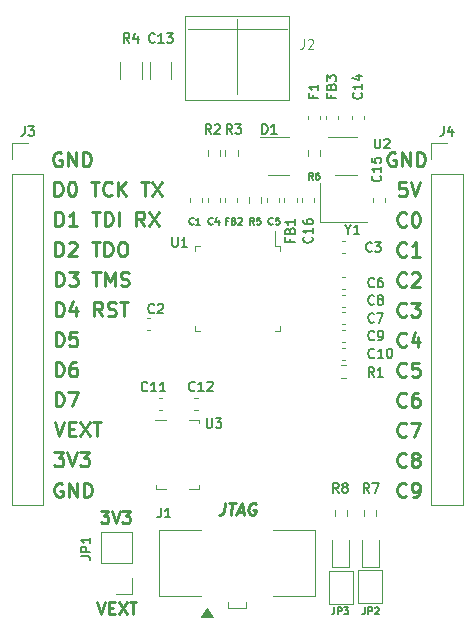
<source format=gbr>
G04 #@! TF.GenerationSoftware,KiCad,Pcbnew,(5.1.5)-3*
G04 #@! TF.CreationDate,2021-01-12T11:35:30+02:00*
G04 #@! TF.ProjectId,ft232h,66743233-3268-42e6-9b69-6361645f7063,rev?*
G04 #@! TF.SameCoordinates,Original*
G04 #@! TF.FileFunction,Legend,Top*
G04 #@! TF.FilePolarity,Positive*
%FSLAX46Y46*%
G04 Gerber Fmt 4.6, Leading zero omitted, Abs format (unit mm)*
G04 Created by KiCad (PCBNEW (5.1.5)-3) date 2021-01-12 11:35:30*
%MOMM*%
%LPD*%
G04 APERTURE LIST*
%ADD10C,0.250000*%
%ADD11C,0.120000*%
%ADD12C,0.100000*%
%ADD13C,0.020000*%
%ADD14C,0.150000*%
G04 APERTURE END LIST*
D10*
X149450223Y-101652380D02*
X149360937Y-102366666D01*
X149295461Y-102509523D01*
X149188318Y-102604761D01*
X149039508Y-102652380D01*
X148944270Y-102652380D01*
X149783556Y-101652380D02*
X150354985Y-101652380D01*
X149944270Y-102652380D02*
X150069270Y-101652380D01*
X150551413Y-102366666D02*
X151027604Y-102366666D01*
X150420461Y-102652380D02*
X150878794Y-101652380D01*
X151087127Y-102652380D01*
X152063318Y-101700000D02*
X151974032Y-101652380D01*
X151831175Y-101652380D01*
X151682366Y-101700000D01*
X151575223Y-101795238D01*
X151515699Y-101890476D01*
X151444270Y-102080952D01*
X151426413Y-102223809D01*
X151450223Y-102414285D01*
X151485937Y-102509523D01*
X151569270Y-102604761D01*
X151706175Y-102652380D01*
X151801413Y-102652380D01*
X151950223Y-102604761D01*
X152003794Y-102557142D01*
X152045461Y-102223809D01*
X151854985Y-102223809D01*
X135585714Y-72000000D02*
X135471428Y-71942857D01*
X135300000Y-71942857D01*
X135128571Y-72000000D01*
X135014285Y-72114285D01*
X134957142Y-72228571D01*
X134900000Y-72457142D01*
X134900000Y-72628571D01*
X134957142Y-72857142D01*
X135014285Y-72971428D01*
X135128571Y-73085714D01*
X135300000Y-73142857D01*
X135414285Y-73142857D01*
X135585714Y-73085714D01*
X135642857Y-73028571D01*
X135642857Y-72628571D01*
X135414285Y-72628571D01*
X136157142Y-73142857D02*
X136157142Y-71942857D01*
X136842857Y-73142857D01*
X136842857Y-71942857D01*
X137414285Y-73142857D02*
X137414285Y-71942857D01*
X137700000Y-71942857D01*
X137871428Y-72000000D01*
X137985714Y-72114285D01*
X138042857Y-72228571D01*
X138100000Y-72457142D01*
X138100000Y-72628571D01*
X138042857Y-72857142D01*
X137985714Y-72971428D01*
X137871428Y-73085714D01*
X137700000Y-73142857D01*
X137414285Y-73142857D01*
X164800000Y-98483111D02*
X164742857Y-98540254D01*
X164571428Y-98597397D01*
X164457142Y-98597397D01*
X164285714Y-98540254D01*
X164171428Y-98425968D01*
X164114285Y-98311682D01*
X164057142Y-98083111D01*
X164057142Y-97911682D01*
X164114285Y-97683111D01*
X164171428Y-97568825D01*
X164285714Y-97454540D01*
X164457142Y-97397397D01*
X164571428Y-97397397D01*
X164742857Y-97454540D01*
X164800000Y-97511682D01*
X165485714Y-97911682D02*
X165371428Y-97854540D01*
X165314285Y-97797397D01*
X165257142Y-97683111D01*
X165257142Y-97625968D01*
X165314285Y-97511682D01*
X165371428Y-97454540D01*
X165485714Y-97397397D01*
X165714285Y-97397397D01*
X165828571Y-97454540D01*
X165885714Y-97511682D01*
X165942857Y-97625968D01*
X165942857Y-97683111D01*
X165885714Y-97797397D01*
X165828571Y-97854540D01*
X165714285Y-97911682D01*
X165485714Y-97911682D01*
X165371428Y-97968825D01*
X165314285Y-98025968D01*
X165257142Y-98140254D01*
X165257142Y-98368825D01*
X165314285Y-98483111D01*
X165371428Y-98540254D01*
X165485714Y-98597397D01*
X165714285Y-98597397D01*
X165828571Y-98540254D01*
X165885714Y-98483111D01*
X165942857Y-98368825D01*
X165942857Y-98140254D01*
X165885714Y-98025968D01*
X165828571Y-97968825D01*
X165714285Y-97911682D01*
X164800000Y-95937657D02*
X164742857Y-95994800D01*
X164571428Y-96051943D01*
X164457142Y-96051943D01*
X164285714Y-95994800D01*
X164171428Y-95880514D01*
X164114285Y-95766228D01*
X164057142Y-95537657D01*
X164057142Y-95366228D01*
X164114285Y-95137657D01*
X164171428Y-95023371D01*
X164285714Y-94909086D01*
X164457142Y-94851943D01*
X164571428Y-94851943D01*
X164742857Y-94909086D01*
X164800000Y-94966228D01*
X165200000Y-94851943D02*
X166000000Y-94851943D01*
X165485714Y-96051943D01*
X164800000Y-101028565D02*
X164742857Y-101085708D01*
X164571428Y-101142851D01*
X164457142Y-101142851D01*
X164285714Y-101085708D01*
X164171428Y-100971422D01*
X164114285Y-100857136D01*
X164057142Y-100628565D01*
X164057142Y-100457136D01*
X164114285Y-100228565D01*
X164171428Y-100114279D01*
X164285714Y-99999994D01*
X164457142Y-99942851D01*
X164571428Y-99942851D01*
X164742857Y-99999994D01*
X164800000Y-100057136D01*
X165371428Y-101142851D02*
X165600000Y-101142851D01*
X165714285Y-101085708D01*
X165771428Y-101028565D01*
X165885714Y-100857136D01*
X165942857Y-100628565D01*
X165942857Y-100171422D01*
X165885714Y-100057136D01*
X165828571Y-99999994D01*
X165714285Y-99942851D01*
X165485714Y-99942851D01*
X165371428Y-99999994D01*
X165314285Y-100057136D01*
X165257142Y-100171422D01*
X165257142Y-100457136D01*
X165314285Y-100571422D01*
X165371428Y-100628565D01*
X165485714Y-100685708D01*
X165714285Y-100685708D01*
X165828571Y-100628565D01*
X165885714Y-100571422D01*
X165942857Y-100457136D01*
X164800000Y-93392203D02*
X164742857Y-93449346D01*
X164571428Y-93506489D01*
X164457142Y-93506489D01*
X164285714Y-93449346D01*
X164171428Y-93335060D01*
X164114285Y-93220774D01*
X164057142Y-92992203D01*
X164057142Y-92820774D01*
X164114285Y-92592203D01*
X164171428Y-92477917D01*
X164285714Y-92363632D01*
X164457142Y-92306489D01*
X164571428Y-92306489D01*
X164742857Y-92363632D01*
X164800000Y-92420774D01*
X165828571Y-92306489D02*
X165600000Y-92306489D01*
X165485714Y-92363632D01*
X165428571Y-92420774D01*
X165314285Y-92592203D01*
X165257142Y-92820774D01*
X165257142Y-93277917D01*
X165314285Y-93392203D01*
X165371428Y-93449346D01*
X165485714Y-93506489D01*
X165714285Y-93506489D01*
X165828571Y-93449346D01*
X165885714Y-93392203D01*
X165942857Y-93277917D01*
X165942857Y-92992203D01*
X165885714Y-92877917D01*
X165828571Y-92820774D01*
X165714285Y-92763632D01*
X165485714Y-92763632D01*
X165371428Y-92820774D01*
X165314285Y-92877917D01*
X165257142Y-92992203D01*
X164800000Y-83210387D02*
X164742857Y-83267530D01*
X164571428Y-83324673D01*
X164457142Y-83324673D01*
X164285714Y-83267530D01*
X164171428Y-83153244D01*
X164114285Y-83038958D01*
X164057142Y-82810387D01*
X164057142Y-82638958D01*
X164114285Y-82410387D01*
X164171428Y-82296101D01*
X164285714Y-82181816D01*
X164457142Y-82124673D01*
X164571428Y-82124673D01*
X164742857Y-82181816D01*
X164800000Y-82238958D01*
X165257142Y-82238958D02*
X165314285Y-82181816D01*
X165428571Y-82124673D01*
X165714285Y-82124673D01*
X165828571Y-82181816D01*
X165885714Y-82238958D01*
X165942857Y-82353244D01*
X165942857Y-82467530D01*
X165885714Y-82638958D01*
X165200000Y-83324673D01*
X165942857Y-83324673D01*
X163885714Y-72000000D02*
X163771428Y-71942857D01*
X163600000Y-71942857D01*
X163428571Y-72000000D01*
X163314285Y-72114285D01*
X163257142Y-72228571D01*
X163200000Y-72457142D01*
X163200000Y-72628571D01*
X163257142Y-72857142D01*
X163314285Y-72971428D01*
X163428571Y-73085714D01*
X163600000Y-73142857D01*
X163714285Y-73142857D01*
X163885714Y-73085714D01*
X163942857Y-73028571D01*
X163942857Y-72628571D01*
X163714285Y-72628571D01*
X164457142Y-73142857D02*
X164457142Y-71942857D01*
X165142857Y-73142857D01*
X165142857Y-71942857D01*
X165714285Y-73142857D02*
X165714285Y-71942857D01*
X166000000Y-71942857D01*
X166171428Y-72000000D01*
X166285714Y-72114285D01*
X166342857Y-72228571D01*
X166400000Y-72457142D01*
X166400000Y-72628571D01*
X166342857Y-72857142D01*
X166285714Y-72971428D01*
X166171428Y-73085714D01*
X166000000Y-73142857D01*
X165714285Y-73142857D01*
X164800000Y-90846749D02*
X164742857Y-90903892D01*
X164571428Y-90961035D01*
X164457142Y-90961035D01*
X164285714Y-90903892D01*
X164171428Y-90789606D01*
X164114285Y-90675320D01*
X164057142Y-90446749D01*
X164057142Y-90275320D01*
X164114285Y-90046749D01*
X164171428Y-89932463D01*
X164285714Y-89818178D01*
X164457142Y-89761035D01*
X164571428Y-89761035D01*
X164742857Y-89818178D01*
X164800000Y-89875320D01*
X165885714Y-89761035D02*
X165314285Y-89761035D01*
X165257142Y-90332463D01*
X165314285Y-90275320D01*
X165428571Y-90218178D01*
X165714285Y-90218178D01*
X165828571Y-90275320D01*
X165885714Y-90332463D01*
X165942857Y-90446749D01*
X165942857Y-90732463D01*
X165885714Y-90846749D01*
X165828571Y-90903892D01*
X165714285Y-90961035D01*
X165428571Y-90961035D01*
X165314285Y-90903892D01*
X165257142Y-90846749D01*
X164800000Y-85755841D02*
X164742857Y-85812984D01*
X164571428Y-85870127D01*
X164457142Y-85870127D01*
X164285714Y-85812984D01*
X164171428Y-85698698D01*
X164114285Y-85584412D01*
X164057142Y-85355841D01*
X164057142Y-85184412D01*
X164114285Y-84955841D01*
X164171428Y-84841555D01*
X164285714Y-84727270D01*
X164457142Y-84670127D01*
X164571428Y-84670127D01*
X164742857Y-84727270D01*
X164800000Y-84784412D01*
X165200000Y-84670127D02*
X165942857Y-84670127D01*
X165542857Y-85127270D01*
X165714285Y-85127270D01*
X165828571Y-85184412D01*
X165885714Y-85241555D01*
X165942857Y-85355841D01*
X165942857Y-85641555D01*
X165885714Y-85755841D01*
X165828571Y-85812984D01*
X165714285Y-85870127D01*
X165371428Y-85870127D01*
X165257142Y-85812984D01*
X165200000Y-85755841D01*
X164771428Y-74488311D02*
X164200000Y-74488311D01*
X164142857Y-75059739D01*
X164200000Y-75002596D01*
X164314285Y-74945454D01*
X164600000Y-74945454D01*
X164714285Y-75002596D01*
X164771428Y-75059739D01*
X164828571Y-75174025D01*
X164828571Y-75459739D01*
X164771428Y-75574025D01*
X164714285Y-75631168D01*
X164600000Y-75688311D01*
X164314285Y-75688311D01*
X164200000Y-75631168D01*
X164142857Y-75574025D01*
X165171428Y-74488311D02*
X165571428Y-75688311D01*
X165971428Y-74488311D01*
X164800000Y-88301295D02*
X164742857Y-88358438D01*
X164571428Y-88415581D01*
X164457142Y-88415581D01*
X164285714Y-88358438D01*
X164171428Y-88244152D01*
X164114285Y-88129866D01*
X164057142Y-87901295D01*
X164057142Y-87729866D01*
X164114285Y-87501295D01*
X164171428Y-87387009D01*
X164285714Y-87272724D01*
X164457142Y-87215581D01*
X164571428Y-87215581D01*
X164742857Y-87272724D01*
X164800000Y-87329866D01*
X165828571Y-87615581D02*
X165828571Y-88415581D01*
X165542857Y-87158438D02*
X165257142Y-88015581D01*
X166000000Y-88015581D01*
X164800000Y-80664933D02*
X164742857Y-80722076D01*
X164571428Y-80779219D01*
X164457142Y-80779219D01*
X164285714Y-80722076D01*
X164171428Y-80607790D01*
X164114285Y-80493504D01*
X164057142Y-80264933D01*
X164057142Y-80093504D01*
X164114285Y-79864933D01*
X164171428Y-79750647D01*
X164285714Y-79636362D01*
X164457142Y-79579219D01*
X164571428Y-79579219D01*
X164742857Y-79636362D01*
X164800000Y-79693504D01*
X165942857Y-80779219D02*
X165257142Y-80779219D01*
X165600000Y-80779219D02*
X165600000Y-79579219D01*
X165485714Y-79750647D01*
X165371428Y-79864933D01*
X165257142Y-79922076D01*
X164800000Y-78119479D02*
X164742857Y-78176622D01*
X164571428Y-78233765D01*
X164457142Y-78233765D01*
X164285714Y-78176622D01*
X164171428Y-78062336D01*
X164114285Y-77948050D01*
X164057142Y-77719479D01*
X164057142Y-77548050D01*
X164114285Y-77319479D01*
X164171428Y-77205193D01*
X164285714Y-77090908D01*
X164457142Y-77033765D01*
X164571428Y-77033765D01*
X164742857Y-77090908D01*
X164800000Y-77148050D01*
X165542857Y-77033765D02*
X165657142Y-77033765D01*
X165771428Y-77090908D01*
X165828571Y-77148050D01*
X165885714Y-77262336D01*
X165942857Y-77490908D01*
X165942857Y-77776622D01*
X165885714Y-78005193D01*
X165828571Y-78119479D01*
X165771428Y-78176622D01*
X165657142Y-78233765D01*
X165542857Y-78233765D01*
X165428571Y-78176622D01*
X165371428Y-78119479D01*
X165314285Y-78005193D01*
X165257142Y-77776622D01*
X165257142Y-77490908D01*
X165314285Y-77262336D01*
X165371428Y-77148050D01*
X165428571Y-77090908D01*
X165542857Y-77033765D01*
X135685714Y-100000000D02*
X135571428Y-99942857D01*
X135400000Y-99942857D01*
X135228571Y-100000000D01*
X135114285Y-100114285D01*
X135057142Y-100228571D01*
X135000000Y-100457142D01*
X135000000Y-100628571D01*
X135057142Y-100857142D01*
X135114285Y-100971428D01*
X135228571Y-101085714D01*
X135400000Y-101142857D01*
X135514285Y-101142857D01*
X135685714Y-101085714D01*
X135742857Y-101028571D01*
X135742857Y-100628571D01*
X135514285Y-100628571D01*
X136257142Y-101142857D02*
X136257142Y-99942857D01*
X136942857Y-101142857D01*
X136942857Y-99942857D01*
X137514285Y-101142857D02*
X137514285Y-99942857D01*
X137800000Y-99942857D01*
X137971428Y-100000000D01*
X138085714Y-100114285D01*
X138142857Y-100228571D01*
X138200000Y-100457142D01*
X138200000Y-100628571D01*
X138142857Y-100857142D01*
X138085714Y-100971428D01*
X137971428Y-101085714D01*
X137800000Y-101142857D01*
X137514285Y-101142857D01*
X135014285Y-97342857D02*
X135757142Y-97342857D01*
X135357142Y-97800000D01*
X135528571Y-97800000D01*
X135642857Y-97857142D01*
X135700000Y-97914285D01*
X135757142Y-98028571D01*
X135757142Y-98314285D01*
X135700000Y-98428571D01*
X135642857Y-98485714D01*
X135528571Y-98542857D01*
X135185714Y-98542857D01*
X135071428Y-98485714D01*
X135014285Y-98428571D01*
X136100000Y-97342857D02*
X136500000Y-98542857D01*
X136900000Y-97342857D01*
X137185714Y-97342857D02*
X137928571Y-97342857D01*
X137528571Y-97800000D01*
X137700000Y-97800000D01*
X137814285Y-97857142D01*
X137871428Y-97914285D01*
X137928571Y-98028571D01*
X137928571Y-98314285D01*
X137871428Y-98428571D01*
X137814285Y-98485714D01*
X137700000Y-98542857D01*
X137357142Y-98542857D01*
X137242857Y-98485714D01*
X137185714Y-98428571D01*
X135028571Y-94806489D02*
X135428571Y-96006489D01*
X135828571Y-94806489D01*
X136228571Y-95377917D02*
X136628571Y-95377917D01*
X136800000Y-96006489D02*
X136228571Y-96006489D01*
X136228571Y-94806489D01*
X136800000Y-94806489D01*
X137200000Y-94806489D02*
X138000000Y-96006489D01*
X138000000Y-94806489D02*
X137200000Y-96006489D01*
X138285714Y-94806489D02*
X138971428Y-94806489D01*
X138628571Y-96006489D02*
X138628571Y-94806489D01*
X135114285Y-93461035D02*
X135114285Y-92261035D01*
X135400000Y-92261035D01*
X135571428Y-92318178D01*
X135685714Y-92432463D01*
X135742857Y-92546749D01*
X135800000Y-92775320D01*
X135800000Y-92946749D01*
X135742857Y-93175320D01*
X135685714Y-93289606D01*
X135571428Y-93403892D01*
X135400000Y-93461035D01*
X135114285Y-93461035D01*
X136200000Y-92261035D02*
X137000000Y-92261035D01*
X136485714Y-93461035D01*
X135114285Y-90915581D02*
X135114285Y-89715581D01*
X135400000Y-89715581D01*
X135571428Y-89772724D01*
X135685714Y-89887009D01*
X135742857Y-90001295D01*
X135800000Y-90229866D01*
X135800000Y-90401295D01*
X135742857Y-90629866D01*
X135685714Y-90744152D01*
X135571428Y-90858438D01*
X135400000Y-90915581D01*
X135114285Y-90915581D01*
X136828571Y-89715581D02*
X136600000Y-89715581D01*
X136485714Y-89772724D01*
X136428571Y-89829866D01*
X136314285Y-90001295D01*
X136257142Y-90229866D01*
X136257142Y-90687009D01*
X136314285Y-90801295D01*
X136371428Y-90858438D01*
X136485714Y-90915581D01*
X136714285Y-90915581D01*
X136828571Y-90858438D01*
X136885714Y-90801295D01*
X136942857Y-90687009D01*
X136942857Y-90401295D01*
X136885714Y-90287009D01*
X136828571Y-90229866D01*
X136714285Y-90172724D01*
X136485714Y-90172724D01*
X136371428Y-90229866D01*
X136314285Y-90287009D01*
X136257142Y-90401295D01*
X135114285Y-88370127D02*
X135114285Y-87170127D01*
X135400000Y-87170127D01*
X135571428Y-87227270D01*
X135685714Y-87341555D01*
X135742857Y-87455841D01*
X135800000Y-87684412D01*
X135800000Y-87855841D01*
X135742857Y-88084412D01*
X135685714Y-88198698D01*
X135571428Y-88312984D01*
X135400000Y-88370127D01*
X135114285Y-88370127D01*
X136885714Y-87170127D02*
X136314285Y-87170127D01*
X136257142Y-87741555D01*
X136314285Y-87684412D01*
X136428571Y-87627270D01*
X136714285Y-87627270D01*
X136828571Y-87684412D01*
X136885714Y-87741555D01*
X136942857Y-87855841D01*
X136942857Y-88141555D01*
X136885714Y-88255841D01*
X136828571Y-88312984D01*
X136714285Y-88370127D01*
X136428571Y-88370127D01*
X136314285Y-88312984D01*
X136257142Y-88255841D01*
X135128571Y-85824673D02*
X135128571Y-84624673D01*
X135414285Y-84624673D01*
X135585714Y-84681816D01*
X135700000Y-84796101D01*
X135757142Y-84910387D01*
X135814285Y-85138958D01*
X135814285Y-85310387D01*
X135757142Y-85538958D01*
X135700000Y-85653244D01*
X135585714Y-85767530D01*
X135414285Y-85824673D01*
X135128571Y-85824673D01*
X136842857Y-85024673D02*
X136842857Y-85824673D01*
X136557142Y-84567530D02*
X136271428Y-85424673D01*
X137014285Y-85424673D01*
X139071428Y-85824673D02*
X138671428Y-85253244D01*
X138385714Y-85824673D02*
X138385714Y-84624673D01*
X138842857Y-84624673D01*
X138957142Y-84681816D01*
X139014285Y-84738958D01*
X139071428Y-84853244D01*
X139071428Y-85024673D01*
X139014285Y-85138958D01*
X138957142Y-85196101D01*
X138842857Y-85253244D01*
X138385714Y-85253244D01*
X139528571Y-85767530D02*
X139700000Y-85824673D01*
X139985714Y-85824673D01*
X140100000Y-85767530D01*
X140157142Y-85710387D01*
X140214285Y-85596101D01*
X140214285Y-85481816D01*
X140157142Y-85367530D01*
X140100000Y-85310387D01*
X139985714Y-85253244D01*
X139757142Y-85196101D01*
X139642857Y-85138958D01*
X139585714Y-85081816D01*
X139528571Y-84967530D01*
X139528571Y-84853244D01*
X139585714Y-84738958D01*
X139642857Y-84681816D01*
X139757142Y-84624673D01*
X140042857Y-84624673D01*
X140214285Y-84681816D01*
X140557142Y-84624673D02*
X141242857Y-84624673D01*
X140900000Y-85824673D02*
X140900000Y-84624673D01*
X135142857Y-83279219D02*
X135142857Y-82079219D01*
X135428571Y-82079219D01*
X135600000Y-82136362D01*
X135714285Y-82250647D01*
X135771428Y-82364933D01*
X135828571Y-82593504D01*
X135828571Y-82764933D01*
X135771428Y-82993504D01*
X135714285Y-83107790D01*
X135600000Y-83222076D01*
X135428571Y-83279219D01*
X135142857Y-83279219D01*
X136228571Y-82079219D02*
X136971428Y-82079219D01*
X136571428Y-82536362D01*
X136742857Y-82536362D01*
X136857142Y-82593504D01*
X136914285Y-82650647D01*
X136971428Y-82764933D01*
X136971428Y-83050647D01*
X136914285Y-83164933D01*
X136857142Y-83222076D01*
X136742857Y-83279219D01*
X136400000Y-83279219D01*
X136285714Y-83222076D01*
X136228571Y-83164933D01*
X138228571Y-82079219D02*
X138914285Y-82079219D01*
X138571428Y-83279219D02*
X138571428Y-82079219D01*
X139314285Y-83279219D02*
X139314285Y-82079219D01*
X139714285Y-82936362D01*
X140114285Y-82079219D01*
X140114285Y-83279219D01*
X140628571Y-83222076D02*
X140800000Y-83279219D01*
X141085714Y-83279219D01*
X141200000Y-83222076D01*
X141257142Y-83164933D01*
X141314285Y-83050647D01*
X141314285Y-82936362D01*
X141257142Y-82822076D01*
X141200000Y-82764933D01*
X141085714Y-82707790D01*
X140857142Y-82650647D01*
X140742857Y-82593504D01*
X140685714Y-82536362D01*
X140628571Y-82422076D01*
X140628571Y-82307790D01*
X140685714Y-82193504D01*
X140742857Y-82136362D01*
X140857142Y-82079219D01*
X141142857Y-82079219D01*
X141314285Y-82136362D01*
X135071428Y-80733765D02*
X135071428Y-79533765D01*
X135357142Y-79533765D01*
X135528571Y-79590908D01*
X135642857Y-79705193D01*
X135700000Y-79819479D01*
X135757142Y-80048050D01*
X135757142Y-80219479D01*
X135700000Y-80448050D01*
X135642857Y-80562336D01*
X135528571Y-80676622D01*
X135357142Y-80733765D01*
X135071428Y-80733765D01*
X136214285Y-79648050D02*
X136271428Y-79590908D01*
X136385714Y-79533765D01*
X136671428Y-79533765D01*
X136785714Y-79590908D01*
X136842857Y-79648050D01*
X136900000Y-79762336D01*
X136900000Y-79876622D01*
X136842857Y-80048050D01*
X136157142Y-80733765D01*
X136900000Y-80733765D01*
X138157142Y-79533765D02*
X138842857Y-79533765D01*
X138500000Y-80733765D02*
X138500000Y-79533765D01*
X139242857Y-80733765D02*
X139242857Y-79533765D01*
X139528571Y-79533765D01*
X139700000Y-79590908D01*
X139814285Y-79705193D01*
X139871428Y-79819479D01*
X139928571Y-80048050D01*
X139928571Y-80219479D01*
X139871428Y-80448050D01*
X139814285Y-80562336D01*
X139700000Y-80676622D01*
X139528571Y-80733765D01*
X139242857Y-80733765D01*
X140671428Y-79533765D02*
X140900000Y-79533765D01*
X141014285Y-79590908D01*
X141128571Y-79705193D01*
X141185714Y-79933765D01*
X141185714Y-80333765D01*
X141128571Y-80562336D01*
X141014285Y-80676622D01*
X140900000Y-80733765D01*
X140671428Y-80733765D01*
X140557142Y-80676622D01*
X140442857Y-80562336D01*
X140385714Y-80333765D01*
X140385714Y-79933765D01*
X140442857Y-79705193D01*
X140557142Y-79590908D01*
X140671428Y-79533765D01*
X135085714Y-78188311D02*
X135085714Y-76988311D01*
X135371428Y-76988311D01*
X135542857Y-77045454D01*
X135657142Y-77159739D01*
X135714285Y-77274025D01*
X135771428Y-77502596D01*
X135771428Y-77674025D01*
X135714285Y-77902596D01*
X135657142Y-78016882D01*
X135542857Y-78131168D01*
X135371428Y-78188311D01*
X135085714Y-78188311D01*
X136914285Y-78188311D02*
X136228571Y-78188311D01*
X136571428Y-78188311D02*
X136571428Y-76988311D01*
X136457142Y-77159739D01*
X136342857Y-77274025D01*
X136228571Y-77331168D01*
X138171428Y-76988311D02*
X138857142Y-76988311D01*
X138514285Y-78188311D02*
X138514285Y-76988311D01*
X139257142Y-78188311D02*
X139257142Y-76988311D01*
X139542857Y-76988311D01*
X139714285Y-77045454D01*
X139828571Y-77159739D01*
X139885714Y-77274025D01*
X139942857Y-77502596D01*
X139942857Y-77674025D01*
X139885714Y-77902596D01*
X139828571Y-78016882D01*
X139714285Y-78131168D01*
X139542857Y-78188311D01*
X139257142Y-78188311D01*
X140457142Y-78188311D02*
X140457142Y-76988311D01*
X142628571Y-78188311D02*
X142228571Y-77616882D01*
X141942857Y-78188311D02*
X141942857Y-76988311D01*
X142400000Y-76988311D01*
X142514285Y-77045454D01*
X142571428Y-77102596D01*
X142628571Y-77216882D01*
X142628571Y-77388311D01*
X142571428Y-77502596D01*
X142514285Y-77559739D01*
X142400000Y-77616882D01*
X141942857Y-77616882D01*
X143028571Y-76988311D02*
X143828571Y-78188311D01*
X143828571Y-76988311D02*
X143028571Y-78188311D01*
X135014285Y-75642857D02*
X135014285Y-74442857D01*
X135300000Y-74442857D01*
X135471428Y-74500000D01*
X135585714Y-74614285D01*
X135642857Y-74728571D01*
X135700000Y-74957142D01*
X135700000Y-75128571D01*
X135642857Y-75357142D01*
X135585714Y-75471428D01*
X135471428Y-75585714D01*
X135300000Y-75642857D01*
X135014285Y-75642857D01*
X136442857Y-74442857D02*
X136557142Y-74442857D01*
X136671428Y-74500000D01*
X136728571Y-74557142D01*
X136785714Y-74671428D01*
X136842857Y-74900000D01*
X136842857Y-75185714D01*
X136785714Y-75414285D01*
X136728571Y-75528571D01*
X136671428Y-75585714D01*
X136557142Y-75642857D01*
X136442857Y-75642857D01*
X136328571Y-75585714D01*
X136271428Y-75528571D01*
X136214285Y-75414285D01*
X136157142Y-75185714D01*
X136157142Y-74900000D01*
X136214285Y-74671428D01*
X136271428Y-74557142D01*
X136328571Y-74500000D01*
X136442857Y-74442857D01*
X138100000Y-74442857D02*
X138785714Y-74442857D01*
X138442857Y-75642857D02*
X138442857Y-74442857D01*
X139871428Y-75528571D02*
X139814285Y-75585714D01*
X139642857Y-75642857D01*
X139528571Y-75642857D01*
X139357142Y-75585714D01*
X139242857Y-75471428D01*
X139185714Y-75357142D01*
X139128571Y-75128571D01*
X139128571Y-74957142D01*
X139185714Y-74728571D01*
X139242857Y-74614285D01*
X139357142Y-74500000D01*
X139528571Y-74442857D01*
X139642857Y-74442857D01*
X139814285Y-74500000D01*
X139871428Y-74557142D01*
X140385714Y-75642857D02*
X140385714Y-74442857D01*
X141071428Y-75642857D02*
X140557142Y-74957142D01*
X141071428Y-74442857D02*
X140385714Y-75128571D01*
X142328571Y-74442857D02*
X143014285Y-74442857D01*
X142671428Y-75642857D02*
X142671428Y-74442857D01*
X143300000Y-74442857D02*
X144100000Y-75642857D01*
X144100000Y-74442857D02*
X143300000Y-75642857D01*
X138657142Y-110052380D02*
X138990476Y-111052380D01*
X139323809Y-110052380D01*
X139657142Y-110528571D02*
X139990476Y-110528571D01*
X140133333Y-111052380D02*
X139657142Y-111052380D01*
X139657142Y-110052380D01*
X140133333Y-110052380D01*
X140466666Y-110052380D02*
X141133333Y-111052380D01*
X141133333Y-110052380D02*
X140466666Y-111052380D01*
X141371428Y-110052380D02*
X141942857Y-110052380D01*
X141657142Y-111052380D02*
X141657142Y-110052380D01*
X138961904Y-102352380D02*
X139580952Y-102352380D01*
X139247619Y-102733333D01*
X139390476Y-102733333D01*
X139485714Y-102780952D01*
X139533333Y-102828571D01*
X139580952Y-102923809D01*
X139580952Y-103161904D01*
X139533333Y-103257142D01*
X139485714Y-103304761D01*
X139390476Y-103352380D01*
X139104761Y-103352380D01*
X139009523Y-103304761D01*
X138961904Y-103257142D01*
X139866666Y-102352380D02*
X140200000Y-103352380D01*
X140533333Y-102352380D01*
X140771428Y-102352380D02*
X141390476Y-102352380D01*
X141057142Y-102733333D01*
X141200000Y-102733333D01*
X141295238Y-102780952D01*
X141342857Y-102828571D01*
X141390476Y-102923809D01*
X141390476Y-103161904D01*
X141342857Y-103257142D01*
X141295238Y-103304761D01*
X141200000Y-103352380D01*
X140914285Y-103352380D01*
X140819047Y-103304761D01*
X140771428Y-103257142D01*
D11*
G04 #@! TO.C,U3*
X146440000Y-94575000D02*
X147240000Y-94575000D01*
X146440000Y-100425000D02*
X147240000Y-100425000D01*
X147240000Y-94575000D02*
X147240000Y-94900000D01*
X147240000Y-100100000D02*
X147240000Y-100425000D01*
X143640000Y-100425000D02*
X144440000Y-100425000D01*
X143640000Y-100100000D02*
X143640000Y-100425000D01*
X143540000Y-94575000D02*
X144440000Y-94575000D01*
G04 #@! TO.C,R6*
X157522500Y-71762742D02*
X157522500Y-72237258D01*
X156477500Y-71762742D02*
X156477500Y-72237258D01*
G04 #@! TO.C,J1*
X143896000Y-103956000D02*
X147452000Y-103956000D01*
X143896000Y-103956000D02*
X143896000Y-109544000D01*
X143896000Y-109544000D02*
X147452000Y-109544000D01*
X153548000Y-103956000D02*
X157104000Y-103956000D01*
X157104000Y-103956000D02*
X157104000Y-109544000D01*
X157104000Y-109544000D02*
X153548000Y-109544000D01*
X149738000Y-110306000D02*
X149738000Y-110560000D01*
X149738000Y-110560000D02*
X151262000Y-110560000D01*
X151262000Y-110560000D02*
X151262000Y-110052000D01*
X149738000Y-110306000D02*
X149738000Y-110052000D01*
D12*
G36*
X148468000Y-111322000D02*
G01*
X147452000Y-111322000D01*
X147960000Y-110560000D01*
X148468000Y-111322000D01*
G37*
X148468000Y-111322000D02*
X147452000Y-111322000D01*
X147960000Y-110560000D01*
X148468000Y-111322000D01*
D11*
G04 #@! TO.C,J4*
X166920000Y-101770000D02*
X169580000Y-101770000D01*
X166920000Y-73770000D02*
X166920000Y-101770000D01*
X169580000Y-73770000D02*
X169580000Y-101770000D01*
X166920000Y-73770000D02*
X169580000Y-73770000D01*
X166920000Y-72500000D02*
X166920000Y-71170000D01*
X166920000Y-71170000D02*
X168250000Y-71170000D01*
G04 #@! TO.C,J3*
X131420000Y-101770000D02*
X134080000Y-101770000D01*
X131420000Y-73770000D02*
X131420000Y-101770000D01*
X134080000Y-73770000D02*
X134080000Y-101770000D01*
X131420000Y-73770000D02*
X134080000Y-73770000D01*
X131420000Y-72500000D02*
X131420000Y-71170000D01*
X131420000Y-71170000D02*
X132750000Y-71170000D01*
G04 #@! TO.C,Y1*
X157500000Y-74550000D02*
X157500000Y-77850000D01*
X157500000Y-77850000D02*
X161500000Y-77850000D01*
G04 #@! TO.C,U2*
X158800000Y-73910000D02*
X160600000Y-73910000D01*
X160600000Y-70690000D02*
X158150000Y-70690000D01*
G04 #@! TO.C,U1*
X146890000Y-86660000D02*
X146890000Y-87110000D01*
X146890000Y-87110000D02*
X147340000Y-87110000D01*
X146890000Y-80340000D02*
X146890000Y-79890000D01*
X146890000Y-79890000D02*
X147340000Y-79890000D01*
X154110000Y-86660000D02*
X154110000Y-87110000D01*
X154110000Y-87110000D02*
X153660000Y-87110000D01*
X154110000Y-80340000D02*
X154110000Y-79890000D01*
X154110000Y-79890000D02*
X153660000Y-79890000D01*
X153660000Y-79890000D02*
X153660000Y-78600000D01*
G04 #@! TO.C,R8*
X158727500Y-102737258D02*
X158727500Y-102262742D01*
X159772500Y-102737258D02*
X159772500Y-102262742D01*
G04 #@! TO.C,R7*
X161227500Y-102737258D02*
X161227500Y-102262742D01*
X162272500Y-102737258D02*
X162272500Y-102262742D01*
G04 #@! TO.C,R5*
X151477500Y-76237258D02*
X151477500Y-75762742D01*
X152522500Y-76237258D02*
X152522500Y-75762742D01*
G04 #@! TO.C,R4*
X142410000Y-64272936D02*
X142410000Y-65727064D01*
X140590000Y-64272936D02*
X140590000Y-65727064D01*
G04 #@! TO.C,R3*
X150522500Y-71762742D02*
X150522500Y-72237258D01*
X149477500Y-71762742D02*
X149477500Y-72237258D01*
G04 #@! TO.C,R2*
X149022500Y-71762742D02*
X149022500Y-72237258D01*
X147977500Y-71762742D02*
X147977500Y-72237258D01*
G04 #@! TO.C,R1*
X159262742Y-89977500D02*
X159737258Y-89977500D01*
X159262742Y-91022500D02*
X159737258Y-91022500D01*
G04 #@! TO.C,JP3*
X158250000Y-107375000D02*
X160250000Y-107375000D01*
X158250000Y-110175000D02*
X158250000Y-107375000D01*
X160250000Y-110175000D02*
X158250000Y-110175000D01*
X160250000Y-107375000D02*
X160250000Y-110175000D01*
G04 #@! TO.C,JP2*
X160750000Y-107350000D02*
X162750000Y-107350000D01*
X160750000Y-110150000D02*
X160750000Y-107350000D01*
X162750000Y-110150000D02*
X160750000Y-110150000D01*
X162750000Y-107350000D02*
X162750000Y-110150000D01*
G04 #@! TO.C,JP1*
X141580000Y-104130000D02*
X138920000Y-104130000D01*
X141580000Y-106730000D02*
X141580000Y-104130000D01*
X138920000Y-106730000D02*
X138920000Y-104130000D01*
X141580000Y-106730000D02*
X138920000Y-106730000D01*
X141580000Y-108000000D02*
X141580000Y-109330000D01*
X141580000Y-109330000D02*
X140250000Y-109330000D01*
D13*
G04 #@! TO.C,J2*
X150500000Y-67020000D02*
X150500000Y-60700000D01*
D12*
X146300000Y-61500000D02*
X154700000Y-61500000D01*
X154900000Y-67500000D02*
X146100000Y-67500000D01*
X146100000Y-60400000D02*
X154900000Y-60400000D01*
X146100000Y-67500000D02*
X146100000Y-60400000D01*
X154900000Y-67500000D02*
X154900000Y-60400000D01*
D11*
G04 #@! TO.C,FB3*
X157990000Y-69162779D02*
X157990000Y-68837221D01*
X159010000Y-69162779D02*
X159010000Y-68837221D01*
G04 #@! TO.C,FB2*
X149490000Y-76162779D02*
X149490000Y-75837221D01*
X150510000Y-76162779D02*
X150510000Y-75837221D01*
G04 #@! TO.C,FB1*
X154490000Y-76162779D02*
X154490000Y-75837221D01*
X155510000Y-76162779D02*
X155510000Y-75837221D01*
G04 #@! TO.C,F1*
X157510000Y-68837221D02*
X157510000Y-69162779D01*
X156490000Y-68837221D02*
X156490000Y-69162779D01*
G04 #@! TO.C,D3*
X158515000Y-104737500D02*
X158515000Y-107022500D01*
X158515000Y-107022500D02*
X159985000Y-107022500D01*
X159985000Y-107022500D02*
X159985000Y-104737500D01*
G04 #@! TO.C,D2*
X161015000Y-104737500D02*
X161015000Y-107022500D01*
X161015000Y-107022500D02*
X162485000Y-107022500D01*
X162485000Y-107022500D02*
X162485000Y-104737500D01*
G04 #@! TO.C,D1*
X153100000Y-73910000D02*
X154900000Y-73910000D01*
X154900000Y-70690000D02*
X152450000Y-70690000D01*
G04 #@! TO.C,C16*
X155990000Y-76140580D02*
X155990000Y-75859420D01*
X157010000Y-76140580D02*
X157010000Y-75859420D01*
G04 #@! TO.C,C15*
X163010000Y-75859420D02*
X163010000Y-76140580D01*
X161990000Y-75859420D02*
X161990000Y-76140580D01*
G04 #@! TO.C,C14*
X160190000Y-69140580D02*
X160190000Y-68859420D01*
X161210000Y-69140580D02*
X161210000Y-68859420D01*
G04 #@! TO.C,C13*
X144910000Y-64288748D02*
X144910000Y-65711252D01*
X143090000Y-64288748D02*
X143090000Y-65711252D01*
G04 #@! TO.C,C12*
X147140580Y-93760000D02*
X146859420Y-93760000D01*
X147140580Y-92740000D02*
X146859420Y-92740000D01*
G04 #@! TO.C,C11*
X143859420Y-92740000D02*
X144140580Y-92740000D01*
X143859420Y-93760000D02*
X144140580Y-93760000D01*
G04 #@! TO.C,C10*
X159359420Y-88490000D02*
X159640580Y-88490000D01*
X159359420Y-89510000D02*
X159640580Y-89510000D01*
G04 #@! TO.C,C9*
X159359420Y-86990000D02*
X159640580Y-86990000D01*
X159359420Y-88010000D02*
X159640580Y-88010000D01*
G04 #@! TO.C,C8*
X159359420Y-83990000D02*
X159640580Y-83990000D01*
X159359420Y-85010000D02*
X159640580Y-85010000D01*
G04 #@! TO.C,C7*
X159359420Y-85490000D02*
X159640580Y-85490000D01*
X159359420Y-86510000D02*
X159640580Y-86510000D01*
G04 #@! TO.C,C6*
X159359420Y-82490000D02*
X159640580Y-82490000D01*
X159359420Y-83510000D02*
X159640580Y-83510000D01*
G04 #@! TO.C,C5*
X152990000Y-76140580D02*
X152990000Y-75859420D01*
X154010000Y-76140580D02*
X154010000Y-75859420D01*
G04 #@! TO.C,C4*
X147990000Y-76140580D02*
X147990000Y-75859420D01*
X149010000Y-76140580D02*
X149010000Y-75859420D01*
G04 #@! TO.C,C3*
X159640580Y-80510000D02*
X159359420Y-80510000D01*
X159640580Y-79490000D02*
X159359420Y-79490000D01*
G04 #@! TO.C,C2*
X143140580Y-87010000D02*
X142859420Y-87010000D01*
X143140580Y-85990000D02*
X142859420Y-85990000D01*
G04 #@! TO.C,C1*
X146490000Y-76140580D02*
X146490000Y-75859420D01*
X147510000Y-76140580D02*
X147510000Y-75859420D01*
G04 #@! TO.C,U3*
D14*
X147890476Y-94461904D02*
X147890476Y-95109523D01*
X147928571Y-95185714D01*
X147966666Y-95223809D01*
X148042857Y-95261904D01*
X148195238Y-95261904D01*
X148271428Y-95223809D01*
X148309523Y-95185714D01*
X148347619Y-95109523D01*
X148347619Y-94461904D01*
X148652380Y-94461904D02*
X149147619Y-94461904D01*
X148880952Y-94766666D01*
X148995238Y-94766666D01*
X149071428Y-94804761D01*
X149109523Y-94842857D01*
X149147619Y-94919047D01*
X149147619Y-95109523D01*
X149109523Y-95185714D01*
X149071428Y-95223809D01*
X148995238Y-95261904D01*
X148766666Y-95261904D01*
X148690476Y-95223809D01*
X148652380Y-95185714D01*
G04 #@! TO.C,R6*
X156900000Y-74271428D02*
X156700000Y-73985714D01*
X156557142Y-74271428D02*
X156557142Y-73671428D01*
X156785714Y-73671428D01*
X156842857Y-73700000D01*
X156871428Y-73728571D01*
X156900000Y-73785714D01*
X156900000Y-73871428D01*
X156871428Y-73928571D01*
X156842857Y-73957142D01*
X156785714Y-73985714D01*
X156557142Y-73985714D01*
X157414285Y-73671428D02*
X157300000Y-73671428D01*
X157242857Y-73700000D01*
X157214285Y-73728571D01*
X157157142Y-73814285D01*
X157128571Y-73928571D01*
X157128571Y-74157142D01*
X157157142Y-74214285D01*
X157185714Y-74242857D01*
X157242857Y-74271428D01*
X157357142Y-74271428D01*
X157414285Y-74242857D01*
X157442857Y-74214285D01*
X157471428Y-74157142D01*
X157471428Y-74014285D01*
X157442857Y-73957142D01*
X157414285Y-73928571D01*
X157357142Y-73900000D01*
X157242857Y-73900000D01*
X157185714Y-73928571D01*
X157157142Y-73957142D01*
X157128571Y-74014285D01*
G04 #@! TO.C,J1*
X144033333Y-102061904D02*
X144033333Y-102633333D01*
X143995238Y-102747619D01*
X143919047Y-102823809D01*
X143804761Y-102861904D01*
X143728571Y-102861904D01*
X144833333Y-102861904D02*
X144376190Y-102861904D01*
X144604761Y-102861904D02*
X144604761Y-102061904D01*
X144528571Y-102176190D01*
X144452380Y-102252380D01*
X144376190Y-102290476D01*
G04 #@! TO.C,J4*
X167983333Y-69731904D02*
X167983333Y-70303333D01*
X167945238Y-70417619D01*
X167869047Y-70493809D01*
X167754761Y-70531904D01*
X167678571Y-70531904D01*
X168707142Y-69998571D02*
X168707142Y-70531904D01*
X168516666Y-69693809D02*
X168326190Y-70265238D01*
X168821428Y-70265238D01*
G04 #@! TO.C,J3*
X132483333Y-69731904D02*
X132483333Y-70303333D01*
X132445238Y-70417619D01*
X132369047Y-70493809D01*
X132254761Y-70531904D01*
X132178571Y-70531904D01*
X132788095Y-69731904D02*
X133283333Y-69731904D01*
X133016666Y-70036666D01*
X133130952Y-70036666D01*
X133207142Y-70074761D01*
X133245238Y-70112857D01*
X133283333Y-70189047D01*
X133283333Y-70379523D01*
X133245238Y-70455714D01*
X133207142Y-70493809D01*
X133130952Y-70531904D01*
X132902380Y-70531904D01*
X132826190Y-70493809D01*
X132788095Y-70455714D01*
G04 #@! TO.C,Y1*
X159869047Y-78480952D02*
X159869047Y-78861904D01*
X159602380Y-78061904D02*
X159869047Y-78480952D01*
X160135714Y-78061904D01*
X160821428Y-78861904D02*
X160364285Y-78861904D01*
X160592857Y-78861904D02*
X160592857Y-78061904D01*
X160516666Y-78176190D01*
X160440476Y-78252380D01*
X160364285Y-78290476D01*
G04 #@! TO.C,U2*
X162140476Y-70811904D02*
X162140476Y-71459523D01*
X162178571Y-71535714D01*
X162216666Y-71573809D01*
X162292857Y-71611904D01*
X162445238Y-71611904D01*
X162521428Y-71573809D01*
X162559523Y-71535714D01*
X162597619Y-71459523D01*
X162597619Y-70811904D01*
X162940476Y-70888095D02*
X162978571Y-70850000D01*
X163054761Y-70811904D01*
X163245238Y-70811904D01*
X163321428Y-70850000D01*
X163359523Y-70888095D01*
X163397619Y-70964285D01*
X163397619Y-71040476D01*
X163359523Y-71154761D01*
X162902380Y-71611904D01*
X163397619Y-71611904D01*
G04 #@! TO.C,U1*
X144990476Y-79161904D02*
X144990476Y-79809523D01*
X145028571Y-79885714D01*
X145066666Y-79923809D01*
X145142857Y-79961904D01*
X145295238Y-79961904D01*
X145371428Y-79923809D01*
X145409523Y-79885714D01*
X145447619Y-79809523D01*
X145447619Y-79161904D01*
X146247619Y-79961904D02*
X145790476Y-79961904D01*
X146019047Y-79961904D02*
X146019047Y-79161904D01*
X145942857Y-79276190D01*
X145866666Y-79352380D01*
X145790476Y-79390476D01*
G04 #@! TO.C,R8*
X159066666Y-100761904D02*
X158800000Y-100380952D01*
X158609523Y-100761904D02*
X158609523Y-99961904D01*
X158914285Y-99961904D01*
X158990476Y-100000000D01*
X159028571Y-100038095D01*
X159066666Y-100114285D01*
X159066666Y-100228571D01*
X159028571Y-100304761D01*
X158990476Y-100342857D01*
X158914285Y-100380952D01*
X158609523Y-100380952D01*
X159523809Y-100304761D02*
X159447619Y-100266666D01*
X159409523Y-100228571D01*
X159371428Y-100152380D01*
X159371428Y-100114285D01*
X159409523Y-100038095D01*
X159447619Y-100000000D01*
X159523809Y-99961904D01*
X159676190Y-99961904D01*
X159752380Y-100000000D01*
X159790476Y-100038095D01*
X159828571Y-100114285D01*
X159828571Y-100152380D01*
X159790476Y-100228571D01*
X159752380Y-100266666D01*
X159676190Y-100304761D01*
X159523809Y-100304761D01*
X159447619Y-100342857D01*
X159409523Y-100380952D01*
X159371428Y-100457142D01*
X159371428Y-100609523D01*
X159409523Y-100685714D01*
X159447619Y-100723809D01*
X159523809Y-100761904D01*
X159676190Y-100761904D01*
X159752380Y-100723809D01*
X159790476Y-100685714D01*
X159828571Y-100609523D01*
X159828571Y-100457142D01*
X159790476Y-100380952D01*
X159752380Y-100342857D01*
X159676190Y-100304761D01*
G04 #@! TO.C,R7*
X161666666Y-100761904D02*
X161400000Y-100380952D01*
X161209523Y-100761904D02*
X161209523Y-99961904D01*
X161514285Y-99961904D01*
X161590476Y-100000000D01*
X161628571Y-100038095D01*
X161666666Y-100114285D01*
X161666666Y-100228571D01*
X161628571Y-100304761D01*
X161590476Y-100342857D01*
X161514285Y-100380952D01*
X161209523Y-100380952D01*
X161933333Y-99961904D02*
X162466666Y-99961904D01*
X162123809Y-100761904D01*
G04 #@! TO.C,R5*
X151900000Y-78071428D02*
X151700000Y-77785714D01*
X151557142Y-78071428D02*
X151557142Y-77471428D01*
X151785714Y-77471428D01*
X151842857Y-77500000D01*
X151871428Y-77528571D01*
X151900000Y-77585714D01*
X151900000Y-77671428D01*
X151871428Y-77728571D01*
X151842857Y-77757142D01*
X151785714Y-77785714D01*
X151557142Y-77785714D01*
X152442857Y-77471428D02*
X152157142Y-77471428D01*
X152128571Y-77757142D01*
X152157142Y-77728571D01*
X152214285Y-77700000D01*
X152357142Y-77700000D01*
X152414285Y-77728571D01*
X152442857Y-77757142D01*
X152471428Y-77814285D01*
X152471428Y-77957142D01*
X152442857Y-78014285D01*
X152414285Y-78042857D01*
X152357142Y-78071428D01*
X152214285Y-78071428D01*
X152157142Y-78042857D01*
X152128571Y-78014285D01*
G04 #@! TO.C,R4*
X141366666Y-62661904D02*
X141100000Y-62280952D01*
X140909523Y-62661904D02*
X140909523Y-61861904D01*
X141214285Y-61861904D01*
X141290476Y-61900000D01*
X141328571Y-61938095D01*
X141366666Y-62014285D01*
X141366666Y-62128571D01*
X141328571Y-62204761D01*
X141290476Y-62242857D01*
X141214285Y-62280952D01*
X140909523Y-62280952D01*
X142052380Y-62128571D02*
X142052380Y-62661904D01*
X141861904Y-61823809D02*
X141671428Y-62395238D01*
X142166666Y-62395238D01*
G04 #@! TO.C,R3*
X150066666Y-70361904D02*
X149800000Y-69980952D01*
X149609523Y-70361904D02*
X149609523Y-69561904D01*
X149914285Y-69561904D01*
X149990476Y-69600000D01*
X150028571Y-69638095D01*
X150066666Y-69714285D01*
X150066666Y-69828571D01*
X150028571Y-69904761D01*
X149990476Y-69942857D01*
X149914285Y-69980952D01*
X149609523Y-69980952D01*
X150333333Y-69561904D02*
X150828571Y-69561904D01*
X150561904Y-69866666D01*
X150676190Y-69866666D01*
X150752380Y-69904761D01*
X150790476Y-69942857D01*
X150828571Y-70019047D01*
X150828571Y-70209523D01*
X150790476Y-70285714D01*
X150752380Y-70323809D01*
X150676190Y-70361904D01*
X150447619Y-70361904D01*
X150371428Y-70323809D01*
X150333333Y-70285714D01*
G04 #@! TO.C,R2*
X148266666Y-70361904D02*
X148000000Y-69980952D01*
X147809523Y-70361904D02*
X147809523Y-69561904D01*
X148114285Y-69561904D01*
X148190476Y-69600000D01*
X148228571Y-69638095D01*
X148266666Y-69714285D01*
X148266666Y-69828571D01*
X148228571Y-69904761D01*
X148190476Y-69942857D01*
X148114285Y-69980952D01*
X147809523Y-69980952D01*
X148571428Y-69638095D02*
X148609523Y-69600000D01*
X148685714Y-69561904D01*
X148876190Y-69561904D01*
X148952380Y-69600000D01*
X148990476Y-69638095D01*
X149028571Y-69714285D01*
X149028571Y-69790476D01*
X148990476Y-69904761D01*
X148533333Y-70361904D01*
X149028571Y-70361904D01*
G04 #@! TO.C,R1*
X162066666Y-90961904D02*
X161800000Y-90580952D01*
X161609523Y-90961904D02*
X161609523Y-90161904D01*
X161914285Y-90161904D01*
X161990476Y-90200000D01*
X162028571Y-90238095D01*
X162066666Y-90314285D01*
X162066666Y-90428571D01*
X162028571Y-90504761D01*
X161990476Y-90542857D01*
X161914285Y-90580952D01*
X161609523Y-90580952D01*
X162828571Y-90961904D02*
X162371428Y-90961904D01*
X162600000Y-90961904D02*
X162600000Y-90161904D01*
X162523809Y-90276190D01*
X162447619Y-90352380D01*
X162371428Y-90390476D01*
G04 #@! TO.C,JP3*
X158700000Y-110471428D02*
X158700000Y-110900000D01*
X158671428Y-110985714D01*
X158614285Y-111042857D01*
X158528571Y-111071428D01*
X158471428Y-111071428D01*
X158985714Y-111071428D02*
X158985714Y-110471428D01*
X159214285Y-110471428D01*
X159271428Y-110500000D01*
X159300000Y-110528571D01*
X159328571Y-110585714D01*
X159328571Y-110671428D01*
X159300000Y-110728571D01*
X159271428Y-110757142D01*
X159214285Y-110785714D01*
X158985714Y-110785714D01*
X159528571Y-110471428D02*
X159900000Y-110471428D01*
X159700000Y-110700000D01*
X159785714Y-110700000D01*
X159842857Y-110728571D01*
X159871428Y-110757142D01*
X159900000Y-110814285D01*
X159900000Y-110957142D01*
X159871428Y-111014285D01*
X159842857Y-111042857D01*
X159785714Y-111071428D01*
X159614285Y-111071428D01*
X159557142Y-111042857D01*
X159528571Y-111014285D01*
G04 #@! TO.C,JP2*
X161300000Y-110471428D02*
X161300000Y-110900000D01*
X161271428Y-110985714D01*
X161214285Y-111042857D01*
X161128571Y-111071428D01*
X161071428Y-111071428D01*
X161585714Y-111071428D02*
X161585714Y-110471428D01*
X161814285Y-110471428D01*
X161871428Y-110500000D01*
X161900000Y-110528571D01*
X161928571Y-110585714D01*
X161928571Y-110671428D01*
X161900000Y-110728571D01*
X161871428Y-110757142D01*
X161814285Y-110785714D01*
X161585714Y-110785714D01*
X162157142Y-110528571D02*
X162185714Y-110500000D01*
X162242857Y-110471428D01*
X162385714Y-110471428D01*
X162442857Y-110500000D01*
X162471428Y-110528571D01*
X162500000Y-110585714D01*
X162500000Y-110642857D01*
X162471428Y-110728571D01*
X162128571Y-111071428D01*
X162500000Y-111071428D01*
G04 #@! TO.C,JP1*
X137261904Y-106166666D02*
X137833333Y-106166666D01*
X137947619Y-106204761D01*
X138023809Y-106280952D01*
X138061904Y-106395238D01*
X138061904Y-106471428D01*
X138061904Y-105785714D02*
X137261904Y-105785714D01*
X137261904Y-105480952D01*
X137300000Y-105404761D01*
X137338095Y-105366666D01*
X137414285Y-105328571D01*
X137528571Y-105328571D01*
X137604761Y-105366666D01*
X137642857Y-105404761D01*
X137680952Y-105480952D01*
X137680952Y-105785714D01*
X138061904Y-104566666D02*
X138061904Y-105023809D01*
X138061904Y-104795238D02*
X137261904Y-104795238D01*
X137376190Y-104871428D01*
X137452380Y-104947619D01*
X137490476Y-105023809D01*
G04 #@! TO.C,J2*
D12*
X156133333Y-62361904D02*
X156133333Y-62933333D01*
X156095238Y-63047619D01*
X156019047Y-63123809D01*
X155904761Y-63161904D01*
X155828571Y-63161904D01*
X156476190Y-62438095D02*
X156514285Y-62400000D01*
X156590476Y-62361904D01*
X156780952Y-62361904D01*
X156857142Y-62400000D01*
X156895238Y-62438095D01*
X156933333Y-62514285D01*
X156933333Y-62590476D01*
X156895238Y-62704761D01*
X156438095Y-63161904D01*
X156933333Y-63161904D01*
G04 #@! TO.C,FB3*
D14*
X158442857Y-67066666D02*
X158442857Y-67333333D01*
X158861904Y-67333333D02*
X158061904Y-67333333D01*
X158061904Y-66952380D01*
X158442857Y-66380952D02*
X158480952Y-66266666D01*
X158519047Y-66228571D01*
X158595238Y-66190476D01*
X158709523Y-66190476D01*
X158785714Y-66228571D01*
X158823809Y-66266666D01*
X158861904Y-66342857D01*
X158861904Y-66647619D01*
X158061904Y-66647619D01*
X158061904Y-66380952D01*
X158100000Y-66304761D01*
X158138095Y-66266666D01*
X158214285Y-66228571D01*
X158290476Y-66228571D01*
X158366666Y-66266666D01*
X158404761Y-66304761D01*
X158442857Y-66380952D01*
X158442857Y-66647619D01*
X158061904Y-65923809D02*
X158061904Y-65428571D01*
X158366666Y-65695238D01*
X158366666Y-65580952D01*
X158404761Y-65504761D01*
X158442857Y-65466666D01*
X158519047Y-65428571D01*
X158709523Y-65428571D01*
X158785714Y-65466666D01*
X158823809Y-65504761D01*
X158861904Y-65580952D01*
X158861904Y-65809523D01*
X158823809Y-65885714D01*
X158785714Y-65923809D01*
G04 #@! TO.C,FB2*
X149700000Y-77757142D02*
X149500000Y-77757142D01*
X149500000Y-78071428D02*
X149500000Y-77471428D01*
X149785714Y-77471428D01*
X150214285Y-77757142D02*
X150300000Y-77785714D01*
X150328571Y-77814285D01*
X150357142Y-77871428D01*
X150357142Y-77957142D01*
X150328571Y-78014285D01*
X150300000Y-78042857D01*
X150242857Y-78071428D01*
X150014285Y-78071428D01*
X150014285Y-77471428D01*
X150214285Y-77471428D01*
X150271428Y-77500000D01*
X150300000Y-77528571D01*
X150328571Y-77585714D01*
X150328571Y-77642857D01*
X150300000Y-77700000D01*
X150271428Y-77728571D01*
X150214285Y-77757142D01*
X150014285Y-77757142D01*
X150585714Y-77528571D02*
X150614285Y-77500000D01*
X150671428Y-77471428D01*
X150814285Y-77471428D01*
X150871428Y-77500000D01*
X150900000Y-77528571D01*
X150928571Y-77585714D01*
X150928571Y-77642857D01*
X150900000Y-77728571D01*
X150557142Y-78071428D01*
X150928571Y-78071428D01*
G04 #@! TO.C,FB1*
X154942857Y-79266666D02*
X154942857Y-79533333D01*
X155361904Y-79533333D02*
X154561904Y-79533333D01*
X154561904Y-79152380D01*
X154942857Y-78580952D02*
X154980952Y-78466666D01*
X155019047Y-78428571D01*
X155095238Y-78390476D01*
X155209523Y-78390476D01*
X155285714Y-78428571D01*
X155323809Y-78466666D01*
X155361904Y-78542857D01*
X155361904Y-78847619D01*
X154561904Y-78847619D01*
X154561904Y-78580952D01*
X154600000Y-78504761D01*
X154638095Y-78466666D01*
X154714285Y-78428571D01*
X154790476Y-78428571D01*
X154866666Y-78466666D01*
X154904761Y-78504761D01*
X154942857Y-78580952D01*
X154942857Y-78847619D01*
X155361904Y-77628571D02*
X155361904Y-78085714D01*
X155361904Y-77857142D02*
X154561904Y-77857142D01*
X154676190Y-77933333D01*
X154752380Y-78009523D01*
X154790476Y-78085714D01*
G04 #@! TO.C,F1*
X156942857Y-67066666D02*
X156942857Y-67333333D01*
X157361904Y-67333333D02*
X156561904Y-67333333D01*
X156561904Y-66952380D01*
X157361904Y-66228571D02*
X157361904Y-66685714D01*
X157361904Y-66457142D02*
X156561904Y-66457142D01*
X156676190Y-66533333D01*
X156752380Y-66609523D01*
X156790476Y-66685714D01*
G04 #@! TO.C,D1*
X152609523Y-70361904D02*
X152609523Y-69561904D01*
X152800000Y-69561904D01*
X152914285Y-69600000D01*
X152990476Y-69676190D01*
X153028571Y-69752380D01*
X153066666Y-69904761D01*
X153066666Y-70019047D01*
X153028571Y-70171428D01*
X152990476Y-70247619D01*
X152914285Y-70323809D01*
X152800000Y-70361904D01*
X152609523Y-70361904D01*
X153828571Y-70361904D02*
X153371428Y-70361904D01*
X153600000Y-70361904D02*
X153600000Y-69561904D01*
X153523809Y-69676190D01*
X153447619Y-69752380D01*
X153371428Y-69790476D01*
G04 #@! TO.C,C16*
X156785714Y-79114285D02*
X156823809Y-79152380D01*
X156861904Y-79266666D01*
X156861904Y-79342857D01*
X156823809Y-79457142D01*
X156747619Y-79533333D01*
X156671428Y-79571428D01*
X156519047Y-79609523D01*
X156404761Y-79609523D01*
X156252380Y-79571428D01*
X156176190Y-79533333D01*
X156100000Y-79457142D01*
X156061904Y-79342857D01*
X156061904Y-79266666D01*
X156100000Y-79152380D01*
X156138095Y-79114285D01*
X156861904Y-78352380D02*
X156861904Y-78809523D01*
X156861904Y-78580952D02*
X156061904Y-78580952D01*
X156176190Y-78657142D01*
X156252380Y-78733333D01*
X156290476Y-78809523D01*
X156061904Y-77666666D02*
X156061904Y-77819047D01*
X156100000Y-77895238D01*
X156138095Y-77933333D01*
X156252380Y-78009523D01*
X156404761Y-78047619D01*
X156709523Y-78047619D01*
X156785714Y-78009523D01*
X156823809Y-77971428D01*
X156861904Y-77895238D01*
X156861904Y-77742857D01*
X156823809Y-77666666D01*
X156785714Y-77628571D01*
X156709523Y-77590476D01*
X156519047Y-77590476D01*
X156442857Y-77628571D01*
X156404761Y-77666666D01*
X156366666Y-77742857D01*
X156366666Y-77895238D01*
X156404761Y-77971428D01*
X156442857Y-78009523D01*
X156519047Y-78047619D01*
G04 #@! TO.C,C15*
X162585714Y-73914285D02*
X162623809Y-73952380D01*
X162661904Y-74066666D01*
X162661904Y-74142857D01*
X162623809Y-74257142D01*
X162547619Y-74333333D01*
X162471428Y-74371428D01*
X162319047Y-74409523D01*
X162204761Y-74409523D01*
X162052380Y-74371428D01*
X161976190Y-74333333D01*
X161900000Y-74257142D01*
X161861904Y-74142857D01*
X161861904Y-74066666D01*
X161900000Y-73952380D01*
X161938095Y-73914285D01*
X162661904Y-73152380D02*
X162661904Y-73609523D01*
X162661904Y-73380952D02*
X161861904Y-73380952D01*
X161976190Y-73457142D01*
X162052380Y-73533333D01*
X162090476Y-73609523D01*
X161861904Y-72428571D02*
X161861904Y-72809523D01*
X162242857Y-72847619D01*
X162204761Y-72809523D01*
X162166666Y-72733333D01*
X162166666Y-72542857D01*
X162204761Y-72466666D01*
X162242857Y-72428571D01*
X162319047Y-72390476D01*
X162509523Y-72390476D01*
X162585714Y-72428571D01*
X162623809Y-72466666D01*
X162661904Y-72542857D01*
X162661904Y-72733333D01*
X162623809Y-72809523D01*
X162585714Y-72847619D01*
G04 #@! TO.C,C14*
X160985714Y-66914285D02*
X161023809Y-66952380D01*
X161061904Y-67066666D01*
X161061904Y-67142857D01*
X161023809Y-67257142D01*
X160947619Y-67333333D01*
X160871428Y-67371428D01*
X160719047Y-67409523D01*
X160604761Y-67409523D01*
X160452380Y-67371428D01*
X160376190Y-67333333D01*
X160300000Y-67257142D01*
X160261904Y-67142857D01*
X160261904Y-67066666D01*
X160300000Y-66952380D01*
X160338095Y-66914285D01*
X161061904Y-66152380D02*
X161061904Y-66609523D01*
X161061904Y-66380952D02*
X160261904Y-66380952D01*
X160376190Y-66457142D01*
X160452380Y-66533333D01*
X160490476Y-66609523D01*
X160528571Y-65466666D02*
X161061904Y-65466666D01*
X160223809Y-65657142D02*
X160795238Y-65847619D01*
X160795238Y-65352380D01*
G04 #@! TO.C,C13*
X143485714Y-62585714D02*
X143447619Y-62623809D01*
X143333333Y-62661904D01*
X143257142Y-62661904D01*
X143142857Y-62623809D01*
X143066666Y-62547619D01*
X143028571Y-62471428D01*
X142990476Y-62319047D01*
X142990476Y-62204761D01*
X143028571Y-62052380D01*
X143066666Y-61976190D01*
X143142857Y-61900000D01*
X143257142Y-61861904D01*
X143333333Y-61861904D01*
X143447619Y-61900000D01*
X143485714Y-61938095D01*
X144247619Y-62661904D02*
X143790476Y-62661904D01*
X144019047Y-62661904D02*
X144019047Y-61861904D01*
X143942857Y-61976190D01*
X143866666Y-62052380D01*
X143790476Y-62090476D01*
X144514285Y-61861904D02*
X145009523Y-61861904D01*
X144742857Y-62166666D01*
X144857142Y-62166666D01*
X144933333Y-62204761D01*
X144971428Y-62242857D01*
X145009523Y-62319047D01*
X145009523Y-62509523D01*
X144971428Y-62585714D01*
X144933333Y-62623809D01*
X144857142Y-62661904D01*
X144628571Y-62661904D01*
X144552380Y-62623809D01*
X144514285Y-62585714D01*
G04 #@! TO.C,C12*
X146885714Y-92085714D02*
X146847619Y-92123809D01*
X146733333Y-92161904D01*
X146657142Y-92161904D01*
X146542857Y-92123809D01*
X146466666Y-92047619D01*
X146428571Y-91971428D01*
X146390476Y-91819047D01*
X146390476Y-91704761D01*
X146428571Y-91552380D01*
X146466666Y-91476190D01*
X146542857Y-91400000D01*
X146657142Y-91361904D01*
X146733333Y-91361904D01*
X146847619Y-91400000D01*
X146885714Y-91438095D01*
X147647619Y-92161904D02*
X147190476Y-92161904D01*
X147419047Y-92161904D02*
X147419047Y-91361904D01*
X147342857Y-91476190D01*
X147266666Y-91552380D01*
X147190476Y-91590476D01*
X147952380Y-91438095D02*
X147990476Y-91400000D01*
X148066666Y-91361904D01*
X148257142Y-91361904D01*
X148333333Y-91400000D01*
X148371428Y-91438095D01*
X148409523Y-91514285D01*
X148409523Y-91590476D01*
X148371428Y-91704761D01*
X147914285Y-92161904D01*
X148409523Y-92161904D01*
G04 #@! TO.C,C11*
X142885714Y-92105714D02*
X142847619Y-92143809D01*
X142733333Y-92181904D01*
X142657142Y-92181904D01*
X142542857Y-92143809D01*
X142466666Y-92067619D01*
X142428571Y-91991428D01*
X142390476Y-91839047D01*
X142390476Y-91724761D01*
X142428571Y-91572380D01*
X142466666Y-91496190D01*
X142542857Y-91420000D01*
X142657142Y-91381904D01*
X142733333Y-91381904D01*
X142847619Y-91420000D01*
X142885714Y-91458095D01*
X143647619Y-92181904D02*
X143190476Y-92181904D01*
X143419047Y-92181904D02*
X143419047Y-91381904D01*
X143342857Y-91496190D01*
X143266666Y-91572380D01*
X143190476Y-91610476D01*
X144409523Y-92181904D02*
X143952380Y-92181904D01*
X144180952Y-92181904D02*
X144180952Y-91381904D01*
X144104761Y-91496190D01*
X144028571Y-91572380D01*
X143952380Y-91610476D01*
G04 #@! TO.C,C10*
X162085714Y-89285714D02*
X162047619Y-89323809D01*
X161933333Y-89361904D01*
X161857142Y-89361904D01*
X161742857Y-89323809D01*
X161666666Y-89247619D01*
X161628571Y-89171428D01*
X161590476Y-89019047D01*
X161590476Y-88904761D01*
X161628571Y-88752380D01*
X161666666Y-88676190D01*
X161742857Y-88600000D01*
X161857142Y-88561904D01*
X161933333Y-88561904D01*
X162047619Y-88600000D01*
X162085714Y-88638095D01*
X162847619Y-89361904D02*
X162390476Y-89361904D01*
X162619047Y-89361904D02*
X162619047Y-88561904D01*
X162542857Y-88676190D01*
X162466666Y-88752380D01*
X162390476Y-88790476D01*
X163342857Y-88561904D02*
X163419047Y-88561904D01*
X163495238Y-88600000D01*
X163533333Y-88638095D01*
X163571428Y-88714285D01*
X163609523Y-88866666D01*
X163609523Y-89057142D01*
X163571428Y-89209523D01*
X163533333Y-89285714D01*
X163495238Y-89323809D01*
X163419047Y-89361904D01*
X163342857Y-89361904D01*
X163266666Y-89323809D01*
X163228571Y-89285714D01*
X163190476Y-89209523D01*
X163152380Y-89057142D01*
X163152380Y-88866666D01*
X163190476Y-88714285D01*
X163228571Y-88638095D01*
X163266666Y-88600000D01*
X163342857Y-88561904D01*
G04 #@! TO.C,C9*
X162066666Y-87785714D02*
X162028571Y-87823809D01*
X161914285Y-87861904D01*
X161838095Y-87861904D01*
X161723809Y-87823809D01*
X161647619Y-87747619D01*
X161609523Y-87671428D01*
X161571428Y-87519047D01*
X161571428Y-87404761D01*
X161609523Y-87252380D01*
X161647619Y-87176190D01*
X161723809Y-87100000D01*
X161838095Y-87061904D01*
X161914285Y-87061904D01*
X162028571Y-87100000D01*
X162066666Y-87138095D01*
X162447619Y-87861904D02*
X162600000Y-87861904D01*
X162676190Y-87823809D01*
X162714285Y-87785714D01*
X162790476Y-87671428D01*
X162828571Y-87519047D01*
X162828571Y-87214285D01*
X162790476Y-87138095D01*
X162752380Y-87100000D01*
X162676190Y-87061904D01*
X162523809Y-87061904D01*
X162447619Y-87100000D01*
X162409523Y-87138095D01*
X162371428Y-87214285D01*
X162371428Y-87404761D01*
X162409523Y-87480952D01*
X162447619Y-87519047D01*
X162523809Y-87557142D01*
X162676190Y-87557142D01*
X162752380Y-87519047D01*
X162790476Y-87480952D01*
X162828571Y-87404761D01*
G04 #@! TO.C,C8*
X162066666Y-84785714D02*
X162028571Y-84823809D01*
X161914285Y-84861904D01*
X161838095Y-84861904D01*
X161723809Y-84823809D01*
X161647619Y-84747619D01*
X161609523Y-84671428D01*
X161571428Y-84519047D01*
X161571428Y-84404761D01*
X161609523Y-84252380D01*
X161647619Y-84176190D01*
X161723809Y-84100000D01*
X161838095Y-84061904D01*
X161914285Y-84061904D01*
X162028571Y-84100000D01*
X162066666Y-84138095D01*
X162523809Y-84404761D02*
X162447619Y-84366666D01*
X162409523Y-84328571D01*
X162371428Y-84252380D01*
X162371428Y-84214285D01*
X162409523Y-84138095D01*
X162447619Y-84100000D01*
X162523809Y-84061904D01*
X162676190Y-84061904D01*
X162752380Y-84100000D01*
X162790476Y-84138095D01*
X162828571Y-84214285D01*
X162828571Y-84252380D01*
X162790476Y-84328571D01*
X162752380Y-84366666D01*
X162676190Y-84404761D01*
X162523809Y-84404761D01*
X162447619Y-84442857D01*
X162409523Y-84480952D01*
X162371428Y-84557142D01*
X162371428Y-84709523D01*
X162409523Y-84785714D01*
X162447619Y-84823809D01*
X162523809Y-84861904D01*
X162676190Y-84861904D01*
X162752380Y-84823809D01*
X162790476Y-84785714D01*
X162828571Y-84709523D01*
X162828571Y-84557142D01*
X162790476Y-84480952D01*
X162752380Y-84442857D01*
X162676190Y-84404761D01*
G04 #@! TO.C,C7*
X162066666Y-86285714D02*
X162028571Y-86323809D01*
X161914285Y-86361904D01*
X161838095Y-86361904D01*
X161723809Y-86323809D01*
X161647619Y-86247619D01*
X161609523Y-86171428D01*
X161571428Y-86019047D01*
X161571428Y-85904761D01*
X161609523Y-85752380D01*
X161647619Y-85676190D01*
X161723809Y-85600000D01*
X161838095Y-85561904D01*
X161914285Y-85561904D01*
X162028571Y-85600000D01*
X162066666Y-85638095D01*
X162333333Y-85561904D02*
X162866666Y-85561904D01*
X162523809Y-86361904D01*
G04 #@! TO.C,C6*
X162066666Y-83285714D02*
X162028571Y-83323809D01*
X161914285Y-83361904D01*
X161838095Y-83361904D01*
X161723809Y-83323809D01*
X161647619Y-83247619D01*
X161609523Y-83171428D01*
X161571428Y-83019047D01*
X161571428Y-82904761D01*
X161609523Y-82752380D01*
X161647619Y-82676190D01*
X161723809Y-82600000D01*
X161838095Y-82561904D01*
X161914285Y-82561904D01*
X162028571Y-82600000D01*
X162066666Y-82638095D01*
X162752380Y-82561904D02*
X162600000Y-82561904D01*
X162523809Y-82600000D01*
X162485714Y-82638095D01*
X162409523Y-82752380D01*
X162371428Y-82904761D01*
X162371428Y-83209523D01*
X162409523Y-83285714D01*
X162447619Y-83323809D01*
X162523809Y-83361904D01*
X162676190Y-83361904D01*
X162752380Y-83323809D01*
X162790476Y-83285714D01*
X162828571Y-83209523D01*
X162828571Y-83019047D01*
X162790476Y-82942857D01*
X162752380Y-82904761D01*
X162676190Y-82866666D01*
X162523809Y-82866666D01*
X162447619Y-82904761D01*
X162409523Y-82942857D01*
X162371428Y-83019047D01*
G04 #@! TO.C,C5*
X153500000Y-78014285D02*
X153471428Y-78042857D01*
X153385714Y-78071428D01*
X153328571Y-78071428D01*
X153242857Y-78042857D01*
X153185714Y-77985714D01*
X153157142Y-77928571D01*
X153128571Y-77814285D01*
X153128571Y-77728571D01*
X153157142Y-77614285D01*
X153185714Y-77557142D01*
X153242857Y-77500000D01*
X153328571Y-77471428D01*
X153385714Y-77471428D01*
X153471428Y-77500000D01*
X153500000Y-77528571D01*
X154042857Y-77471428D02*
X153757142Y-77471428D01*
X153728571Y-77757142D01*
X153757142Y-77728571D01*
X153814285Y-77700000D01*
X153957142Y-77700000D01*
X154014285Y-77728571D01*
X154042857Y-77757142D01*
X154071428Y-77814285D01*
X154071428Y-77957142D01*
X154042857Y-78014285D01*
X154014285Y-78042857D01*
X153957142Y-78071428D01*
X153814285Y-78071428D01*
X153757142Y-78042857D01*
X153728571Y-78014285D01*
G04 #@! TO.C,C4*
X148400000Y-78014285D02*
X148371428Y-78042857D01*
X148285714Y-78071428D01*
X148228571Y-78071428D01*
X148142857Y-78042857D01*
X148085714Y-77985714D01*
X148057142Y-77928571D01*
X148028571Y-77814285D01*
X148028571Y-77728571D01*
X148057142Y-77614285D01*
X148085714Y-77557142D01*
X148142857Y-77500000D01*
X148228571Y-77471428D01*
X148285714Y-77471428D01*
X148371428Y-77500000D01*
X148400000Y-77528571D01*
X148914285Y-77671428D02*
X148914285Y-78071428D01*
X148771428Y-77442857D02*
X148628571Y-77871428D01*
X149000000Y-77871428D01*
G04 #@! TO.C,C3*
X161866666Y-80285714D02*
X161828571Y-80323809D01*
X161714285Y-80361904D01*
X161638095Y-80361904D01*
X161523809Y-80323809D01*
X161447619Y-80247619D01*
X161409523Y-80171428D01*
X161371428Y-80019047D01*
X161371428Y-79904761D01*
X161409523Y-79752380D01*
X161447619Y-79676190D01*
X161523809Y-79600000D01*
X161638095Y-79561904D01*
X161714285Y-79561904D01*
X161828571Y-79600000D01*
X161866666Y-79638095D01*
X162133333Y-79561904D02*
X162628571Y-79561904D01*
X162361904Y-79866666D01*
X162476190Y-79866666D01*
X162552380Y-79904761D01*
X162590476Y-79942857D01*
X162628571Y-80019047D01*
X162628571Y-80209523D01*
X162590476Y-80285714D01*
X162552380Y-80323809D01*
X162476190Y-80361904D01*
X162247619Y-80361904D01*
X162171428Y-80323809D01*
X162133333Y-80285714D01*
G04 #@! TO.C,C2*
X143466666Y-85485714D02*
X143428571Y-85523809D01*
X143314285Y-85561904D01*
X143238095Y-85561904D01*
X143123809Y-85523809D01*
X143047619Y-85447619D01*
X143009523Y-85371428D01*
X142971428Y-85219047D01*
X142971428Y-85104761D01*
X143009523Y-84952380D01*
X143047619Y-84876190D01*
X143123809Y-84800000D01*
X143238095Y-84761904D01*
X143314285Y-84761904D01*
X143428571Y-84800000D01*
X143466666Y-84838095D01*
X143771428Y-84838095D02*
X143809523Y-84800000D01*
X143885714Y-84761904D01*
X144076190Y-84761904D01*
X144152380Y-84800000D01*
X144190476Y-84838095D01*
X144228571Y-84914285D01*
X144228571Y-84990476D01*
X144190476Y-85104761D01*
X143733333Y-85561904D01*
X144228571Y-85561904D01*
G04 #@! TO.C,C1*
X146800000Y-78014285D02*
X146771428Y-78042857D01*
X146685714Y-78071428D01*
X146628571Y-78071428D01*
X146542857Y-78042857D01*
X146485714Y-77985714D01*
X146457142Y-77928571D01*
X146428571Y-77814285D01*
X146428571Y-77728571D01*
X146457142Y-77614285D01*
X146485714Y-77557142D01*
X146542857Y-77500000D01*
X146628571Y-77471428D01*
X146685714Y-77471428D01*
X146771428Y-77500000D01*
X146800000Y-77528571D01*
X147371428Y-78071428D02*
X147028571Y-78071428D01*
X147200000Y-78071428D02*
X147200000Y-77471428D01*
X147142857Y-77557142D01*
X147085714Y-77614285D01*
X147028571Y-77642857D01*
G04 #@! TD*
M02*

</source>
